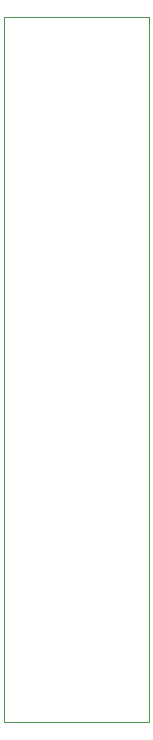
<source format=gbr>
G04 #@! TF.GenerationSoftware,KiCad,Pcbnew,(5.1.6)-1*
G04 #@! TF.CreationDate,2020-08-07T11:21:43-04:00*
G04 #@! TF.ProjectId,daftPunk,64616674-5075-46e6-9b2e-6b696361645f,rev?*
G04 #@! TF.SameCoordinates,Original*
G04 #@! TF.FileFunction,Profile,NP*
%FSLAX46Y46*%
G04 Gerber Fmt 4.6, Leading zero omitted, Abs format (unit mm)*
G04 Created by KiCad (PCBNEW (5.1.6)-1) date 2020-08-07 11:21:43*
%MOMM*%
%LPD*%
G01*
G04 APERTURE LIST*
G04 #@! TA.AperFunction,Profile*
%ADD10C,0.050000*%
G04 #@! TD*
G04 APERTURE END LIST*
D10*
X145220000Y-89300000D02*
X145220000Y-29630000D01*
X157500000Y-89300000D02*
X145220000Y-89300000D01*
X157500000Y-29630000D02*
X157500000Y-89300000D01*
X145220000Y-29630000D02*
X157500000Y-29630000D01*
M02*

</source>
